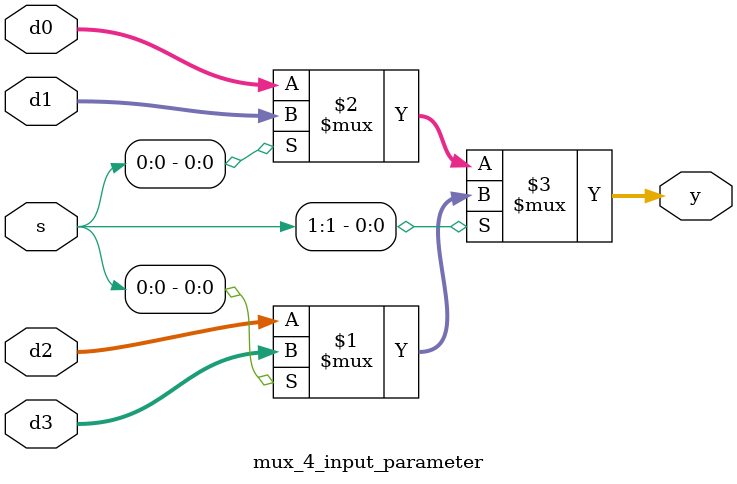
<source format=sv>
module mux_4_input_parameter
#(parameter width = 32)
(
	input logic [width-1:0] d0, d1, d2, d3,
	input logic [1:0] s,
	output logic [width-1:0] y
);
	assign y = s[1] ? (s[0] ? d3 : d2)
												 : (s[0] ? d1 : d0);
endmodule

</source>
